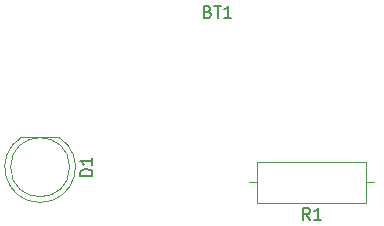
<source format=gbr>
%TF.GenerationSoftware,KiCad,Pcbnew,9.0.3*%
%TF.CreationDate,2025-09-02T22:18:53+02:00*%
%TF.ProjectId,digital_organ,64696769-7461-46c5-9f6f-7267616e2e6b,0*%
%TF.SameCoordinates,Original*%
%TF.FileFunction,Legend,Top*%
%TF.FilePolarity,Positive*%
%FSLAX46Y46*%
G04 Gerber Fmt 4.6, Leading zero omitted, Abs format (unit mm)*
G04 Created by KiCad (PCBNEW 9.0.3) date 2025-09-02 22:18:53*
%MOMM*%
%LPD*%
G01*
G04 APERTURE LIST*
%ADD10C,0.150000*%
%ADD11C,0.120000*%
G04 APERTURE END LIST*
D10*
X164833333Y-112174819D02*
X164500000Y-111698628D01*
X164261905Y-112174819D02*
X164261905Y-111174819D01*
X164261905Y-111174819D02*
X164642857Y-111174819D01*
X164642857Y-111174819D02*
X164738095Y-111222438D01*
X164738095Y-111222438D02*
X164785714Y-111270057D01*
X164785714Y-111270057D02*
X164833333Y-111365295D01*
X164833333Y-111365295D02*
X164833333Y-111508152D01*
X164833333Y-111508152D02*
X164785714Y-111603390D01*
X164785714Y-111603390D02*
X164738095Y-111651009D01*
X164738095Y-111651009D02*
X164642857Y-111698628D01*
X164642857Y-111698628D02*
X164261905Y-111698628D01*
X165785714Y-112174819D02*
X165214286Y-112174819D01*
X165500000Y-112174819D02*
X165500000Y-111174819D01*
X165500000Y-111174819D02*
X165404762Y-111317676D01*
X165404762Y-111317676D02*
X165309524Y-111412914D01*
X165309524Y-111412914D02*
X165214286Y-111460533D01*
X146414819Y-108468094D02*
X145414819Y-108468094D01*
X145414819Y-108468094D02*
X145414819Y-108229999D01*
X145414819Y-108229999D02*
X145462438Y-108087142D01*
X145462438Y-108087142D02*
X145557676Y-107991904D01*
X145557676Y-107991904D02*
X145652914Y-107944285D01*
X145652914Y-107944285D02*
X145843390Y-107896666D01*
X145843390Y-107896666D02*
X145986247Y-107896666D01*
X145986247Y-107896666D02*
X146176723Y-107944285D01*
X146176723Y-107944285D02*
X146271961Y-107991904D01*
X146271961Y-107991904D02*
X146367200Y-108087142D01*
X146367200Y-108087142D02*
X146414819Y-108229999D01*
X146414819Y-108229999D02*
X146414819Y-108468094D01*
X146414819Y-106944285D02*
X146414819Y-107515713D01*
X146414819Y-107229999D02*
X145414819Y-107229999D01*
X145414819Y-107229999D02*
X145557676Y-107325237D01*
X145557676Y-107325237D02*
X145652914Y-107420475D01*
X145652914Y-107420475D02*
X145700533Y-107515713D01*
X156214285Y-94551009D02*
X156357142Y-94598628D01*
X156357142Y-94598628D02*
X156404761Y-94646247D01*
X156404761Y-94646247D02*
X156452380Y-94741485D01*
X156452380Y-94741485D02*
X156452380Y-94884342D01*
X156452380Y-94884342D02*
X156404761Y-94979580D01*
X156404761Y-94979580D02*
X156357142Y-95027200D01*
X156357142Y-95027200D02*
X156261904Y-95074819D01*
X156261904Y-95074819D02*
X155880952Y-95074819D01*
X155880952Y-95074819D02*
X155880952Y-94074819D01*
X155880952Y-94074819D02*
X156214285Y-94074819D01*
X156214285Y-94074819D02*
X156309523Y-94122438D01*
X156309523Y-94122438D02*
X156357142Y-94170057D01*
X156357142Y-94170057D02*
X156404761Y-94265295D01*
X156404761Y-94265295D02*
X156404761Y-94360533D01*
X156404761Y-94360533D02*
X156357142Y-94455771D01*
X156357142Y-94455771D02*
X156309523Y-94503390D01*
X156309523Y-94503390D02*
X156214285Y-94551009D01*
X156214285Y-94551009D02*
X155880952Y-94551009D01*
X156738095Y-94074819D02*
X157309523Y-94074819D01*
X157023809Y-95074819D02*
X157023809Y-94074819D01*
X158166666Y-95074819D02*
X157595238Y-95074819D01*
X157880952Y-95074819D02*
X157880952Y-94074819D01*
X157880952Y-94074819D02*
X157785714Y-94217676D01*
X157785714Y-94217676D02*
X157690476Y-94312914D01*
X157690476Y-94312914D02*
X157595238Y-94360533D01*
D11*
%TO.C,R1*%
X170310000Y-109000000D02*
X169620000Y-109000000D01*
X159690000Y-109000000D02*
X160380000Y-109000000D01*
X169620000Y-110720000D02*
X160380000Y-110720000D01*
X160380000Y-107280000D01*
X169620000Y-107280000D01*
X169620000Y-110720000D01*
%TO.C,D1*%
X143545000Y-105170000D02*
X140455000Y-105170000D01*
X143544830Y-105170000D02*
G75*
G02*
X142000000Y-110720000I-1544830J-2560000D01*
G01*
X142000000Y-110720000D02*
G75*
G02*
X140455170Y-105170000I0J2990000D01*
G01*
X144500000Y-107730000D02*
G75*
G02*
X139500000Y-107730000I-2500000J0D01*
G01*
X139500000Y-107730000D02*
G75*
G02*
X144500000Y-107730000I2500000J0D01*
G01*
%TD*%
M02*

</source>
